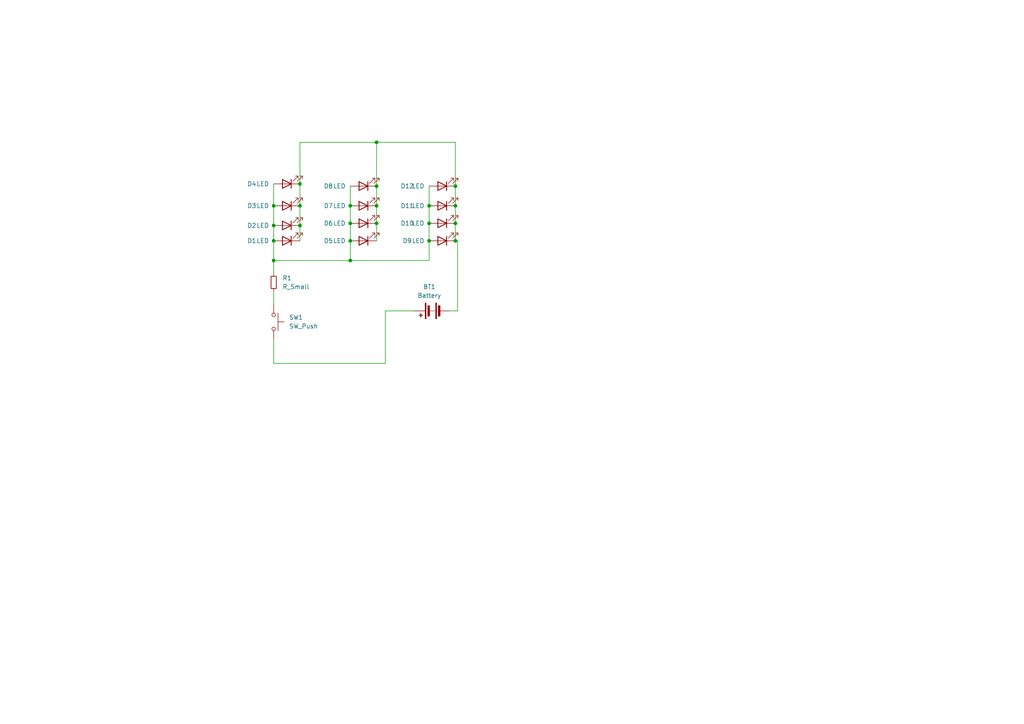
<source format=kicad_sch>
(kicad_sch (version 20230121) (generator eeschema)
  (paper "A4")
  (lib_symbols
    (symbol "Device:Battery" (pin_numbers hide) (pin_names (offset 0) hide)
      (property "Reference" "BT" (at 2.54 2.54 0))
      (property "Value" "Battery" (at 2.54 0 0))
      (symbol "Battery_0_1"
        (rectangle (start -2.286 -1.27) (end 2.286 -1.524) (fill (type outline)))
        (rectangle (start -2.286 1.778) (end 2.286 1.524) (fill (type outline)))
        (rectangle (start -1.524 -2.032) (end 1.524 -2.54) (fill (type outline)))
        (rectangle (start -1.524 1.016) (end 1.524 0.508) (fill (type outline)))
        (polyline (pts (xy 0 -1.016) (xy 0 -0.762)))
        (polyline (pts (xy 0 -0.508) (xy 0 -0.254)))
        (polyline (pts (xy 0 0) (xy 0 0.254)))
        (polyline (pts (xy 0 1.778) (xy 0 2.54)))
        (polyline (pts (xy 0.762 3.048) (xy 1.778 3.048)) (stroke (width 0.254)))
        (polyline (pts (xy 1.27 3.556) (xy 1.27 2.54)) (stroke (width 0.254)))
      )
      (symbol "Battery_1_1"
        (pin passive line (at 0 5.08 270) (length 2.54) (name "+") (number "1"))
        (pin passive line (at 0 -5.08 90) (length 2.54) (name "-") (number "2"))
      )
    )
    (symbol "Device:LED" (pin_numbers hide) (pin_names (offset 1.016) hide)
      (property "Reference" "D" (at 0 2.54 0))
      (property "Value" "LED" (at 0 -2.54 0))
      (symbol "LED_0_1"
        (polyline (pts (xy -1.27 -1.27) (xy -1.27 1.27)) (stroke (width 0.254)))
        (polyline (pts (xy -1.27 0) (xy 1.27 0)))
        (polyline (pts (xy 1.27 -1.27) (xy 1.27 1.27) (xy -1.27 0) (xy 1.27 -1.27)) (stroke (width 0.254)))
        (polyline (pts (xy -3.048 -0.762) (xy -4.572 -2.286) (xy -3.81 -2.286) (xy -4.572 -2.286) (xy -4.572 -1.524)))
        (polyline (pts (xy -1.778 -0.762) (xy -3.302 -2.286) (xy -2.54 -2.286) (xy -3.302 -2.286) (xy -3.302 -1.524)))
      )
      (symbol "LED_1_1"
        (pin passive line (at -3.81 0 0) (length 2.54) (name "K") (number "1"))
        (pin passive line (at 3.81 0 180) (length 2.54) (name "A") (number "2"))
      )
    )
    (symbol "Device:R_Small" (pin_numbers hide) (pin_names (offset 0.254) hide)
      (property "Reference" "R" (at 0.762 0.508 0))
      (property "Value" "R_Small" (at 0.762 -1.016 0))
      (symbol "R_Small_0_1"
        (rectangle (start -0.762 1.778) (end 0.762 -1.778) (stroke (width 0.2032)))
      )
      (symbol "R_Small_1_1"
        (pin passive line (at 0 2.54 270) (length 0.762) (name "~") (number "1"))
        (pin passive line (at 0 -2.54 90) (length 0.762) (name "~") (number "2"))
      )
    )
    (symbol "Switch:SW_Push" (pin_numbers hide) (pin_names (offset 1.016) hide)
      (property "Reference" "SW" (at 1.27 2.54 0))
      (property "Value" "SW_Push" (at 0 -1.524 0))
      (symbol "SW_Push_0_1"
        (circle (center -2.032 0) (radius 0.508))
        (polyline (pts (xy 0 1.27) (xy 0 3.048)))
        (polyline (pts (xy 2.54 1.27) (xy -2.54 1.27)))
        (circle (center 2.032 0) (radius 0.508))
        (pin passive line (at -5.08 0 0) (length 2.54) (name "1") (number "1"))
        (pin passive line (at 5.08 0 180) (length 2.54) (name "2") (number "2"))
      )
    )
  )
  (junction (at 86.995 53.34))
  (junction (at 109.22 53.975))
  (junction (at 124.46 69.85))
  (junction (at 79.375 59.69))
  (junction (at 109.22 64.77))
  (junction (at 79.375 75.565))
  (junction (at 79.375 69.85))
  (junction (at 79.375 65.405))
  (junction (at 101.6 75.565))
  (junction (at 101.6 69.85))
  (junction (at 101.6 59.69))
  (junction (at 132.08 69.85))
  (junction (at 124.46 59.69))
  (junction (at 109.22 59.69))
  (junction (at 132.08 59.69))
  (junction (at 124.46 64.77))
  (junction (at 86.995 59.69))
  (junction (at 86.995 65.405))
  (junction (at 132.08 53.975))
  (junction (at 132.08 64.77))
  (junction (at 109.22 41.275))
  (junction (at 101.6 64.77))
  (wire (pts (xy 109.22 64.77) (xy 109.22 59.69)))
  (wire (pts (xy 109.22 69.85) (xy 109.22 64.77)))
  (wire (pts (xy 101.6 53.975) (xy 101.6 59.69)))
  (wire (pts (xy 86.995 65.405) (xy 86.995 69.85)))
  (wire (pts (xy 86.995 59.69) (xy 86.995 65.405)))
  (wire (pts (xy 86.995 53.34) (xy 86.995 59.69)))
  (wire (pts (xy 109.22 59.69) (xy 109.22 53.975)))
  (wire (pts (xy 124.46 75.565) (xy 124.46 69.85)))
  (wire (pts (xy 132.715 90.17) (xy 132.715 69.85)))
  (wire (pts (xy 124.46 69.85) (xy 124.46 64.77)))
  (wire (pts (xy 101.6 75.565) (xy 124.46 75.565)))
  (wire (pts (xy 86.995 41.275) (xy 109.22 41.275)))
  (wire (pts (xy 132.08 59.69) (xy 132.08 64.77)))
  (wire (pts (xy 79.375 84.455) (xy 79.375 88.265)))
  (wire (pts (xy 124.46 64.77) (xy 124.46 59.69)))
  (wire (pts (xy 132.08 53.975) (xy 132.08 59.69)))
  (wire (pts (xy 101.6 69.85) (xy 101.6 75.565)))
  (wire (pts (xy 109.22 53.975) (xy 109.22 41.275)))
  (wire (pts (xy 132.715 69.85) (xy 132.08 69.85)))
  (wire (pts (xy 124.46 59.69) (xy 124.46 53.975)))
  (wire (pts (xy 101.6 64.77) (xy 101.6 69.85)))
  (wire (pts (xy 79.375 59.69) (xy 79.375 65.405)))
  (wire (pts (xy 132.08 64.77) (xy 132.08 69.85)))
  (wire (pts (xy 132.08 41.275) (xy 132.08 53.975)))
  (wire (pts (xy 79.375 75.565) (xy 79.375 79.375)))
  (wire (pts (xy 79.375 75.565) (xy 101.6 75.565)))
  (wire (pts (xy 79.375 105.41) (xy 79.375 98.425)))
  (wire (pts (xy 79.375 53.34) (xy 79.375 59.69)))
  (wire (pts (xy 86.995 53.34) (xy 86.995 41.275)))
  (wire (pts (xy 130.175 90.17) (xy 132.715 90.17)))
  (wire (pts (xy 120.015 90.17) (xy 111.76 90.17)))
  (wire (pts (xy 111.76 105.41) (xy 79.375 105.41)))
  (wire (pts (xy 111.76 90.17) (xy 111.76 105.41)))
  (wire (pts (xy 109.22 41.275) (xy 132.08 41.275)))
  (wire (pts (xy 79.375 65.405) (xy 79.375 69.85)))
  (wire (pts (xy 79.375 69.85) (xy 79.375 75.565)))
  (wire (pts (xy 101.6 59.69) (xy 101.6 64.77)))
  (symbol (lib_id "Device:LED") (at 128.27 53.975 180) (unit 1)
    (property "Reference" "D12" (at 118.11 53.975 0))
    (property "Value" "LED" (at 121.285 53.975 0))
    (property "Footprint" "LED_THT:LED_D5.0mm" (effects hide))
  )
  (symbol (lib_id "Device:LED") (at 105.41 53.975 180) (unit 1)
    (property "Reference" "D8" (at 95.25 53.975 0))
    (property "Value" "LED" (at 98.425 53.975 0))
    (property "Footprint" "LED_THT:LED_D5.0mm" (effects hide))
  )
  (symbol (lib_id "Device:R_Small") (at 79.375 81.915 0) (unit 1)
    (property "Reference" "R1" (at 81.915 80.645 0) (effects (justify left)))
    (property "Value" "R_Small" (at 81.915 83.185 0) (effects (justify left)))
    (property "Footprint" "Resistor_THT:R_Axial_DIN0204_L3.6mm_D1.6mm_P7.62mm_Horizontal" (effects hide))
  )
  (symbol (lib_id "Device:Battery") (at 125.095 90.17 90) (mirror x) (unit 1)
    (property "Reference" "BT1" (at 124.5235 83.185 90))
    (property "Value" "Battery" (at 124.5235 85.725 90))
    (property "Footprint" "Connector_PinSocket_2.54mm:PinSocket_1x02_P2.54mm_Horizontal" (effects hide))
  )
  (symbol (lib_id "Device:LED") (at 83.185 65.405 180) (unit 1)
    (property "Reference" "D2" (at 73.025 65.405 0))
    (property "Value" "LED" (at 76.2 65.405 0))
    (property "Footprint" "LED_THT:LED_D5.0mm" (effects hide))
  )
  (symbol (lib_id "Device:LED") (at 105.41 59.69 180) (unit 1)
    (property "Reference" "D7" (at 95.25 59.69 0))
    (property "Value" "LED" (at 98.425 59.69 0))
    (property "Footprint" "LED_THT:LED_D5.0mm" (effects hide))
  )
  (symbol (lib_id "Device:LED") (at 128.27 64.77 180) (unit 1)
    (property "Reference" "D10" (at 118.11 64.77 0))
    (property "Value" "LED" (at 121.285 64.77 0))
    (property "Footprint" "LED_THT:LED_D5.0mm" (effects hide))
  )
  (symbol (lib_id "Device:LED") (at 128.27 69.85 180) (unit 1)
    (property "Reference" "D9" (at 118.11 69.85 0))
    (property "Value" "LED" (at 121.285 69.85 0))
    (property "Footprint" "LED_THT:LED_D5.0mm" (effects hide))
  )
  (symbol (lib_id "Device:LED") (at 105.41 69.85 180) (unit 1)
    (property "Reference" "D5" (at 95.25 69.85 0))
    (property "Value" "LED" (at 98.425 69.85 0))
    (property "Footprint" "LED_THT:LED_D5.0mm" (effects hide))
  )
  (symbol (lib_id "Switch:SW_Push") (at 79.375 93.345 270) (unit 1)
    (property "Reference" "SW1" (at 83.82 92.075 90) (effects (justify left)))
    (property "Value" "SW_Push" (at 83.82 94.615 90) (effects (justify left)))
    (property "Footprint" "Button_Switch_THT:SW_PUSH_6mm" (effects hide))
  )
  (symbol (lib_id "Device:LED") (at 83.185 59.69 180) (unit 1)
    (property "Reference" "D3" (at 73.025 59.69 0))
    (property "Value" "LED" (at 76.2 59.69 0))
    (property "Footprint" "LED_THT:LED_D5.0mm" (effects hide))
  )
  (symbol (lib_id "Device:LED") (at 83.185 53.34 180) (unit 1)
    (property "Reference" "D4" (at 73.025 53.34 0))
    (property "Value" "LED" (at 76.2 53.34 0))
    (property "Footprint" "LED_THT:LED_D5.0mm" (effects hide))
  )
  (symbol (lib_id "Device:LED") (at 105.41 64.77 180) (unit 1)
    (property "Reference" "D6" (at 95.25 64.77 0))
    (property "Value" "LED" (at 98.425 64.77 0))
    (property "Footprint" "LED_THT:LED_D5.0mm" (effects hide))
  )
  (symbol (lib_id "Device:LED") (at 83.185 69.85 180) (unit 1)
    (property "Reference" "D1" (at 73.025 69.85 0))
    (property "Value" "LED" (at 76.2 69.85 0))
    (property "Footprint" "LED_THT:LED_D5.0mm" (effects hide))
  )
  (symbol (lib_id "Device:LED") (at 128.27 59.69 180) (unit 1)
    (property "Reference" "D11" (at 118.11 59.69 0))
    (property "Value" "LED" (at 121.285 59.69 0))
    (property "Footprint" "LED_THT:LED_D5.0mm" (effects hide))
  )
)
</source>
